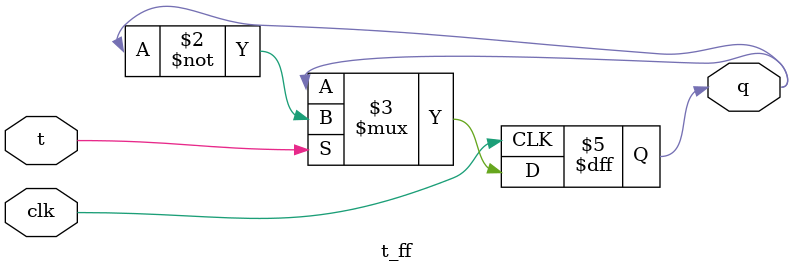
<source format=sv>
module t_ff(
	input logic clk,
	input logic t,
        output logic q
);
	always_ff @(posedge clk)
		if (t)  q<=~q;
endmodule	

</source>
